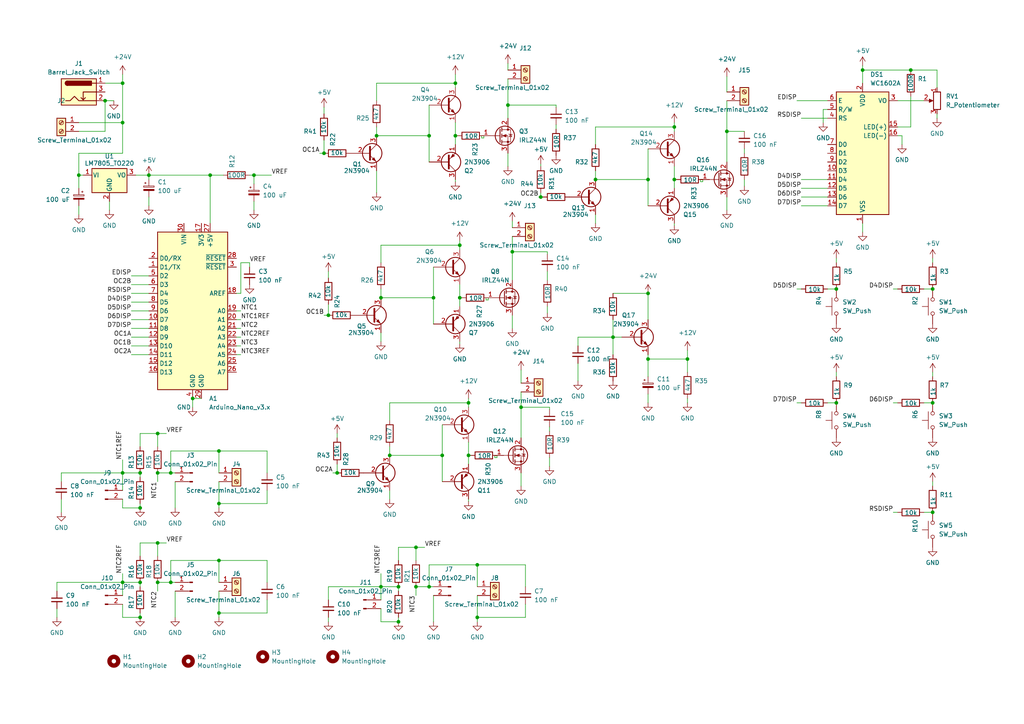
<source format=kicad_sch>
(kicad_sch (version 20230121) (generator eeschema)
  (paper "A4")
  (junction (at 187.96 85.09))
  (junction (at 60.96 50.8))
  (junction (at 115.57 180.34))
  (junction (at 40.64 179.07))
  (junction (at 109.22 39.37))
  (junction (at 138.43 163.83))
  (junction (at 132.08 39.37))
  (junction (at 63.5 146.05))
  (junction (at 110.49 86.36))
  (junction (at 242.57 83.82))
  (junction (at 270.51 116.84))
  (junction (at 93.98 44.45))
  (junction (at 124.46 39.37))
  (junction (at 35.56 35.56))
  (junction (at 30.48 29.21))
  (junction (at 45.72 137.16))
  (junction (at 120.65 158.75))
  (junction (at 147.32 30.48))
  (junction (at 40.64 168.91))
  (junction (at 35.56 24.13))
  (junction (at 40.64 147.32))
  (junction (at 195.58 36.83))
  (junction (at 124.46 170.18))
  (junction (at 264.16 20.32))
  (junction (at 242.57 116.84))
  (junction (at 135.89 116.84))
  (junction (at 156.845 57.15))
  (junction (at 133.35 86.36))
  (junction (at 195.58 52.07))
  (junction (at 210.82 38.1))
  (junction (at 45.72 125.73))
  (junction (at 128.27 132.08))
  (junction (at 63.5 177.8))
  (junction (at 132.08 24.13))
  (junction (at 35.56 168.91))
  (junction (at 97.79 137.16))
  (junction (at 138.43 179.07))
  (junction (at 110.49 170.18))
  (junction (at 45.72 157.48))
  (junction (at 95.25 91.44))
  (junction (at 133.35 71.12))
  (junction (at 22.86 50.8))
  (junction (at 187.96 104.14))
  (junction (at 270.51 83.82))
  (junction (at 151.13 118.11))
  (junction (at 45.72 168.91))
  (junction (at 177.8 97.79))
  (junction (at 63.5 130.81))
  (junction (at 113.03 132.08))
  (junction (at 49.53 168.91))
  (junction (at 73.66 50.8))
  (junction (at 120.65 170.18))
  (junction (at 148.59 73.025))
  (junction (at 49.53 137.16))
  (junction (at 63.5 162.56))
  (junction (at 115.57 170.18))
  (junction (at 250.19 20.32))
  (junction (at 270.51 148.59))
  (junction (at 55.88 115.57))
  (junction (at 199.39 104.14))
  (junction (at 187.96 52.07))
  (junction (at 172.72 52.07))
  (junction (at 125.73 86.36))
  (junction (at 43.18 50.8))
  (junction (at 40.64 137.16))
  (junction (at 35.56 137.16))
  (junction (at 135.89 132.08))
  (wire (pts (xy 232.41 116.84) (xy 231.14 116.84)))
  (wire (pts (xy 264.16 36.83) (xy 264.16 27.94)))
  (wire (pts (xy 95.25 78.74) (xy 95.25 80.645)))
  (wire (pts (xy 115.57 179.07) (xy 115.57 180.34)))
  (wire (pts (xy 120.65 170.18) (xy 120.65 172.72)))
  (wire (pts (xy 40.64 168.91) (xy 40.64 170.18)))
  (wire (pts (xy 43.18 50.8) (xy 39.37 50.8)))
  (wire (pts (xy 50.8 139.7) (xy 50.8 147.32)))
  (wire (pts (xy 199.39 115.57) (xy 199.39 116.84)))
  (wire (pts (xy 187.96 104.14) (xy 199.39 104.14)))
  (wire (pts (xy 120.65 158.75) (xy 120.65 162.56)))
  (wire (pts (xy 49.53 168.91) (xy 50.8 168.91)))
  (wire (pts (xy 172.72 41.91) (xy 172.72 36.83)))
  (wire (pts (xy 40.64 125.73) (xy 45.72 125.73)))
  (wire (pts (xy 35.56 147.32) (xy 40.64 147.32)))
  (wire (pts (xy 124.46 39.37) (xy 124.46 46.99)))
  (wire (pts (xy 110.49 83.82) (xy 110.49 86.36)))
  (wire (pts (xy 140.335 39.37) (xy 140.335 40.005)))
  (wire (pts (xy 38.1 100.33) (xy 43.18 100.33)))
  (wire (pts (xy 187.96 114.3) (xy 187.96 116.84)))
  (wire (pts (xy 132.08 35.56) (xy 132.08 39.37)))
  (wire (pts (xy 30.48 24.13) (xy 35.56 24.13)))
  (wire (pts (xy 138.43 163.83) (xy 138.43 170.18)))
  (wire (pts (xy 55.88 115.57) (xy 58.42 115.57)))
  (wire (pts (xy 187.96 102.87) (xy 187.96 104.14)))
  (wire (pts (xy 199.39 101.6) (xy 199.39 104.14)))
  (wire (pts (xy 45.72 125.73) (xy 48.26 125.73)))
  (wire (pts (xy 115.57 158.75) (xy 120.65 158.75)))
  (wire (pts (xy 151.13 107.315) (xy 151.13 111.125)))
  (wire (pts (xy 38.1 82.55) (xy 43.18 82.55)))
  (wire (pts (xy 132.08 21.59) (xy 132.08 24.13)))
  (wire (pts (xy 113.03 129.54) (xy 113.03 132.08)))
  (wire (pts (xy 35.56 133.35) (xy 35.56 137.16)))
  (wire (pts (xy 73.66 58.42) (xy 73.66 60.96)))
  (wire (pts (xy 40.64 129.54) (xy 40.64 125.73)))
  (wire (pts (xy 148.59 73.025) (xy 158.75 73.025)))
  (wire (pts (xy 35.56 24.13) (xy 35.56 35.56)))
  (wire (pts (xy 38.1 92.71) (xy 43.18 92.71)))
  (wire (pts (xy 187.96 43.18) (xy 187.96 52.07)))
  (wire (pts (xy 35.56 175.26) (xy 35.56 179.07)))
  (wire (pts (xy 35.56 35.56) (xy 35.56 44.45)))
  (wire (pts (xy 210.82 29.21) (xy 210.82 38.1)))
  (wire (pts (xy 49.53 162.56) (xy 63.5 162.56)))
  (wire (pts (xy 231.14 29.21) (xy 240.03 29.21)))
  (wire (pts (xy 38.1 85.09) (xy 43.18 85.09)))
  (wire (pts (xy 260.35 148.59) (xy 259.08 148.59)))
  (wire (pts (xy 63.5 146.05) (xy 77.47 146.05)))
  (wire (pts (xy 167.64 97.79) (xy 177.8 97.79)))
  (wire (pts (xy 113.03 121.92) (xy 113.03 116.84)))
  (wire (pts (xy 63.5 171.45) (xy 63.5 177.8)))
  (wire (pts (xy 156.21 57.15) (xy 156.845 57.15)))
  (wire (pts (xy 152.4 179.07) (xy 152.4 175.26)))
  (wire (pts (xy 156.845 57.15) (xy 157.48 57.15)))
  (wire (pts (xy 93.98 40.64) (xy 93.98 44.45)))
  (wire (pts (xy 148.59 64.135) (xy 148.59 66.04)))
  (wire (pts (xy 147.32 30.48) (xy 147.32 34.29)))
  (wire (pts (xy 238.76 35.56) (xy 238.76 31.75)))
  (wire (pts (xy 136.525 132.08) (xy 135.89 132.08)))
  (wire (pts (xy 35.56 144.78) (xy 35.56 147.32)))
  (wire (pts (xy 40.64 137.16) (xy 40.64 138.43)))
  (wire (pts (xy 177.8 92.71) (xy 177.8 97.79)))
  (wire (pts (xy 45.72 137.16) (xy 45.72 139.7)))
  (wire (pts (xy 35.56 168.91) (xy 35.56 172.72)))
  (wire (pts (xy 203.835 52.705) (xy 203.2 52.705)))
  (wire (pts (xy 135.89 144.78) (xy 135.89 145.415)))
  (wire (pts (xy 77.47 137.16) (xy 77.47 130.81)))
  (wire (pts (xy 159.385 123.825) (xy 159.385 125.095)))
  (wire (pts (xy 110.49 86.36) (xy 125.73 86.36)))
  (wire (pts (xy 172.72 52.07) (xy 187.96 52.07)))
  (wire (pts (xy 141.605 86.36) (xy 141.605 86.995)))
  (wire (pts (xy 17.78 144.78) (xy 17.78 148.59)))
  (wire (pts (xy 232.41 59.69) (xy 240.03 59.69)))
  (wire (pts (xy 261.62 41.91) (xy 261.62 39.37)))
  (wire (pts (xy 96.52 137.16) (xy 97.79 137.16)))
  (wire (pts (xy 139.7 40.005) (xy 139.7 39.37)))
  (wire (pts (xy 195.58 52.07) (xy 195.58 54.61)))
  (wire (pts (xy 97.79 134.62) (xy 97.79 137.16)))
  (wire (pts (xy 124.46 30.48) (xy 124.46 39.37)))
  (wire (pts (xy 158.75 73.025) (xy 158.75 73.66)))
  (wire (pts (xy 135.89 116.84) (xy 135.89 118.11)))
  (wire (pts (xy 148.59 73.025) (xy 148.59 81.28)))
  (wire (pts (xy 38.1 102.87) (xy 43.18 102.87)))
  (wire (pts (xy 172.72 36.83) (xy 195.58 36.83)))
  (wire (pts (xy 125.73 86.36) (xy 125.73 93.98)))
  (wire (pts (xy 232.41 52.07) (xy 240.03 52.07)))
  (wire (pts (xy 148.59 91.44) (xy 148.59 95.25)))
  (wire (pts (xy 215.9 43.18) (xy 215.9 44.45)))
  (wire (pts (xy 161.29 31.115) (xy 161.29 30.48)))
  (wire (pts (xy 49.53 137.16) (xy 50.8 137.16)))
  (wire (pts (xy 215.9 52.07) (xy 215.9 53.975)))
  (wire (pts (xy 72.39 50.8) (xy 73.66 50.8)))
  (wire (pts (xy 16.51 171.45) (xy 16.51 168.91)))
  (wire (pts (xy 63.5 146.05) (xy 63.5 147.32)))
  (wire (pts (xy 132.08 52.07) (xy 132.08 52.705)))
  (wire (pts (xy 68.58 102.87) (xy 69.85 102.87)))
  (wire (pts (xy 95.25 179.07) (xy 95.25 180.34)))
  (wire (pts (xy 172.72 62.23) (xy 172.72 64.77)))
  (wire (pts (xy 45.72 125.73) (xy 45.72 129.54)))
  (wire (pts (xy 43.18 57.15) (xy 43.18 59.69)))
  (wire (pts (xy 187.96 52.07) (xy 187.96 59.69)))
  (wire (pts (xy 68.58 90.17) (xy 69.85 90.17)))
  (wire (pts (xy 133.35 69.85) (xy 133.35 71.12)))
  (wire (pts (xy 95.25 170.18) (xy 110.49 170.18)))
  (wire (pts (xy 31.75 58.42) (xy 31.75 60.96)))
  (wire (pts (xy 113.03 142.24) (xy 113.03 144.78)))
  (wire (pts (xy 124.46 163.83) (xy 138.43 163.83)))
  (wire (pts (xy 38.1 80.01) (xy 43.18 80.01)))
  (wire (pts (xy 17.78 139.7) (xy 17.78 137.16)))
  (wire (pts (xy 242.57 74.93) (xy 242.57 76.2)))
  (wire (pts (xy 128.27 123.19) (xy 128.27 132.08)))
  (wire (pts (xy 232.41 34.29) (xy 240.03 34.29)))
  (wire (pts (xy 35.56 137.16) (xy 40.64 137.16)))
  (wire (pts (xy 260.35 83.82) (xy 259.08 83.82)))
  (wire (pts (xy 242.57 107.95) (xy 242.57 109.22)))
  (wire (pts (xy 250.19 19.05) (xy 250.19 20.32)))
  (wire (pts (xy 260.35 36.83) (xy 264.16 36.83)))
  (wire (pts (xy 159.385 118.11) (xy 151.13 118.11)))
  (wire (pts (xy 159.385 118.11) (xy 159.385 118.745)))
  (wire (pts (xy 110.49 76.2) (xy 110.49 71.12)))
  (wire (pts (xy 210.82 38.1) (xy 215.9 38.1)))
  (wire (pts (xy 196.215 52.07) (xy 195.58 52.07)))
  (wire (pts (xy 133.985 86.36) (xy 133.35 86.36)))
  (wire (pts (xy 135.89 132.08) (xy 135.89 134.62)))
  (wire (pts (xy 109.22 29.21) (xy 109.22 24.13)))
  (wire (pts (xy 68.58 100.33) (xy 69.85 100.33)))
  (wire (pts (xy 45.72 157.48) (xy 45.72 161.29)))
  (wire (pts (xy 140.335 40.005) (xy 139.7 40.005)))
  (wire (pts (xy 110.49 96.52) (xy 110.49 99.06)))
  (wire (pts (xy 16.51 176.53) (xy 16.51 179.07)))
  (wire (pts (xy 270.51 139.7) (xy 270.51 140.97)))
  (wire (pts (xy 72.39 77.47) (xy 72.39 76.2)))
  (wire (pts (xy 110.49 71.12) (xy 133.35 71.12)))
  (wire (pts (xy 95.25 88.265) (xy 95.25 91.44)))
  (wire (pts (xy 195.58 48.26) (xy 195.58 52.07)))
  (wire (pts (xy 38.1 87.63) (xy 43.18 87.63)))
  (wire (pts (xy 109.22 36.83) (xy 109.22 39.37)))
  (wire (pts (xy 250.19 20.32) (xy 250.19 24.13)))
  (wire (pts (xy 264.16 20.32) (xy 271.78 20.32)))
  (wire (pts (xy 115.57 162.56) (xy 115.57 158.75)))
  (wire (pts (xy 125.73 172.72) (xy 125.73 180.34)))
  (wire (pts (xy 35.56 179.07) (xy 40.64 179.07)))
  (wire (pts (xy 77.47 168.91) (xy 77.47 162.56)))
  (wire (pts (xy 238.76 31.75) (xy 240.03 31.75)))
  (wire (pts (xy 156.845 47.625) (xy 156.845 48.26)))
  (wire (pts (xy 45.72 137.16) (xy 49.53 137.16)))
  (wire (pts (xy 68.58 92.71) (xy 69.85 92.71)))
  (wire (pts (xy 22.86 35.56) (xy 35.56 35.56)))
  (wire (pts (xy 177.8 102.87) (xy 177.8 97.79)))
  (wire (pts (xy 110.49 166.37) (xy 110.49 170.18)))
  (wire (pts (xy 77.47 177.8) (xy 77.47 173.99)))
  (wire (pts (xy 69.85 76.2) (xy 72.39 76.2)))
  (wire (pts (xy 177.8 97.79) (xy 180.34 97.79)))
  (wire (pts (xy 22.86 50.8) (xy 22.86 54.61)))
  (wire (pts (xy 270.51 74.93) (xy 270.51 76.2)))
  (wire (pts (xy 132.715 39.37) (xy 132.08 39.37)))
  (wire (pts (xy 97.79 125.73) (xy 97.79 127)))
  (wire (pts (xy 110.49 170.18) (xy 110.49 173.99)))
  (wire (pts (xy 177.8 85.09) (xy 187.96 85.09)))
  (wire (pts (xy 152.4 170.18) (xy 152.4 163.83)))
  (wire (pts (xy 77.47 130.81) (xy 63.5 130.81)))
  (wire (pts (xy 167.64 100.33) (xy 167.64 97.79)))
  (wire (pts (xy 93.98 31.115) (xy 93.98 33.02)))
  (wire (pts (xy 267.97 116.84) (xy 270.51 116.84)))
  (wire (pts (xy 156.845 55.88) (xy 156.845 57.15)))
  (wire (pts (xy 22.86 44.45) (xy 22.86 50.8)))
  (wire (pts (xy 151.13 137.16) (xy 151.13 140.97)))
  (wire (pts (xy 49.53 137.16) (xy 49.53 130.81)))
  (wire (pts (xy 110.49 170.18) (xy 115.57 170.18)))
  (wire (pts (xy 50.8 171.45) (xy 50.8 179.07)))
  (wire (pts (xy 38.1 90.17) (xy 43.18 90.17)))
  (wire (pts (xy 73.66 50.8) (xy 73.66 53.34)))
  (wire (pts (xy 138.43 172.72) (xy 138.43 179.07)))
  (wire (pts (xy 22.86 59.69) (xy 22.86 62.23)))
  (wire (pts (xy 152.4 163.83) (xy 138.43 163.83)))
  (wire (pts (xy 45.72 157.48) (xy 48.26 157.48)))
  (wire (pts (xy 120.65 170.18) (xy 124.46 170.18)))
  (wire (pts (xy 77.47 146.05) (xy 77.47 142.24)))
  (wire (pts (xy 124.46 170.18) (xy 124.46 163.83)))
  (wire (pts (xy 55.88 115.57) (xy 55.88 118.11)))
  (wire (pts (xy 109.22 24.13) (xy 132.08 24.13)))
  (wire (pts (xy 151.13 118.11) (xy 151.13 127)))
  (wire (pts (xy 35.56 44.45) (xy 22.86 44.45)))
  (wire (pts (xy 43.18 50.8) (xy 43.18 52.07)))
  (wire (pts (xy 147.32 18.415) (xy 147.32 20.32)))
  (wire (pts (xy 271.78 20.32) (xy 271.78 25.4)))
  (wire (pts (xy 35.56 21.59) (xy 35.56 24.13)))
  (wire (pts (xy 144.145 132.08) (xy 144.145 132.715)))
  (wire (pts (xy 144.145 132.715) (xy 143.51 132.715)))
  (wire (pts (xy 210.82 22.225) (xy 210.82 26.67)))
  (wire (pts (xy 187.96 104.14) (xy 187.96 109.22)))
  (wire (pts (xy 161.29 30.48) (xy 147.32 30.48)))
  (wire (pts (xy 92.71 44.45) (xy 93.98 44.45)))
  (wire (pts (xy 110.49 176.53) (xy 110.49 180.34)))
  (wire (pts (xy 267.97 83.82) (xy 270.51 83.82)))
  (wire (pts (xy 240.03 83.82) (xy 242.57 83.82)))
  (wire (pts (xy 68.58 85.09) (xy 69.85 85.09)))
  (wire (pts (xy 40.64 161.29) (xy 40.64 157.48)))
  (wire (pts (xy 158.75 88.9) (xy 158.75 90.805)))
  (wire (pts (xy 60.96 64.77) (xy 60.96 50.8)))
  (wire (pts (xy 73.66 50.8) (xy 78.74 50.8)))
  (wire (pts (xy 267.97 148.59) (xy 270.51 148.59)))
  (wire (pts (xy 195.58 36.83) (xy 195.58 38.1)))
  (wire (pts (xy 270.51 107.95) (xy 270.51 109.22)))
  (wire (pts (xy 132.08 24.13) (xy 132.08 25.4)))
  (wire (pts (xy 167.64 105.41) (xy 167.64 110.49)))
  (wire (pts (xy 95.25 173.99) (xy 95.25 170.18)))
  (wire (pts (xy 250.19 64.77) (xy 250.19 67.31)))
  (wire (pts (xy 151.13 113.665) (xy 151.13 118.11)))
  (wire (pts (xy 133.35 82.55) (xy 133.35 86.36)))
  (wire (pts (xy 30.48 29.21) (xy 33.02 29.21)))
  (wire (pts (xy 147.32 22.86) (xy 147.32 30.48)))
  (wire (pts (xy 132.08 39.37) (xy 132.08 41.91)))
  (wire (pts (xy 195.58 64.77) (xy 195.58 65.405)))
  (wire (pts (xy 158.75 78.74) (xy 158.75 81.28)))
  (wire (pts (xy 161.29 37.465) (xy 161.29 36.195)))
  (wire (pts (xy 63.5 177.8) (xy 77.47 177.8)))
  (wire (pts (xy 260.35 116.84) (xy 259.08 116.84)))
  (wire (pts (xy 261.62 39.37) (xy 260.35 39.37)))
  (wire (pts (xy 113.03 116.84) (xy 135.89 116.84)))
  (wire (pts (xy 271.78 33.02) (xy 271.78 34.29)))
  (wire (pts (xy 138.43 179.07) (xy 138.43 180.34)))
  (wire (pts (xy 35.56 166.37) (xy 35.56 168.91)))
  (wire (pts (xy 113.03 132.08) (xy 128.27 132.08)))
  (wire (pts (xy 147.32 44.45) (xy 147.32 48.26)))
  (wire (pts (xy 120.65 158.75) (xy 123.19 158.75)))
  (wire (pts (xy 93.98 91.44) (xy 95.25 91.44)))
  (wire (pts (xy 17.78 137.16) (xy 35.56 137.16)))
  (wire (pts (xy 140.97 86.995) (xy 140.97 86.36)))
  (wire (pts (xy 141.605 86.995) (xy 140.97 86.995)))
  (wire (pts (xy 115.57 170.18) (xy 115.57 171.45)))
  (wire (pts (xy 250.19 20.32) (xy 264.16 20.32)))
  (wire (pts (xy 143.51 132.715) (xy 143.51 132.08)))
  (wire (pts (xy 68.58 95.25) (xy 69.85 95.25)))
  (wire (pts (xy 63.5 177.8) (xy 63.5 179.07)))
  (wire (pts (xy 203.2 52.705) (xy 203.2 52.07)))
  (wire (pts (xy 77.47 162.56) (xy 63.5 162.56)))
  (wire (pts (xy 40.64 177.8) (xy 40.64 179.07)))
  (wire (pts (xy 125.73 77.47) (xy 125.73 86.36)))
  (wire (pts (xy 187.96 85.09) (xy 187.96 92.71)))
  (wire (pts (xy 110.49 180.34) (xy 115.57 180.34)))
  (wire (pts (xy 35.56 168.91) (xy 40.64 168.91)))
  (wire (pts (xy 63.5 139.7) (xy 63.5 146.05)))
  (wire (pts (xy 16.51 168.91) (xy 35.56 168.91)))
  (wire (pts (xy 210.82 57.15) (xy 210.82 60.96)))
  (wire (pts (xy 159.385 132.715) (xy 159.385 135.255)))
  (wire (pts (xy 109.22 49.53) (xy 109.22 55.88)))
  (wire (pts (xy 68.58 97.79) (xy 69.85 97.79)))
  (wire (pts (xy 195.58 35.56) (xy 195.58 36.83)))
  (wire (pts (xy 260.35 29.21) (xy 267.97 29.21)))
  (wire (pts (xy 22.86 50.8) (xy 24.13 50.8)))
  (wire (pts (xy 133.35 71.12) (xy 133.35 72.39)))
  (wire (pts (xy 63.5 130.81) (xy 63.5 137.16)))
  (wire (pts (xy 135.89 128.27) (xy 135.89 132.08)))
  (wire (pts (xy 35.56 137.16) (xy 35.56 142.24)))
  (wire (pts (xy 232.41 83.82) (xy 231.14 83.82)))
  (wire (pts (xy 199.39 104.14) (xy 199.39 107.95)))
  (wire (pts (xy 172.72 49.53) (xy 172.72 52.07)))
  (wire (pts (xy 30.48 29.21) (xy 30.48 38.1)))
  (wire (pts (xy 63.5 162.56) (xy 63.5 168.91)))
  (wire (pts (xy 45.72 168.91) (xy 45.72 171.45)))
  (wire (pts (xy 210.82 38.1) (xy 210.82 46.99)))
  (wire (pts (xy 109.22 39.37) (xy 124.46 39.37)))
  (wire (pts (xy 30.48 38.1) (xy 22.86 38.1)))
  (wire (pts (xy 148.59 68.58) (xy 148.59 73.025)))
  (wire (pts (xy 240.03 116.84) (xy 242.57 116.84)))
  (wire (pts (xy 133.35 99.06) (xy 133.35 99.695)))
  (wire (pts (xy 133.35 86.36) (xy 133.35 88.9)))
  (wire (pts (xy 203.835 52.07) (xy 203.835 52.705)))
  (wire (pts (xy 45.72 168.91) (xy 49.53 168.91)))
  (wire (pts (xy 124.46 170.18) (xy 125.73 170.18)))
  (wire (pts (xy 138.43 179.07) (xy 152.4 179.07)))
  (wire (pts (xy 232.41 57.15) (xy 240.03 57.15)))
  (wire (pts (xy 60.96 50.8) (xy 43.18 50.8)))
  (wire (pts (xy 69.85 85.09) (xy 69.85 76.2)))
  (wire (pts (xy 60.96 50.8) (xy 64.77 50.8)))
  (wire (pts (xy 49.53 168.91) (xy 49.53 162.56)))
  (wire (pts (xy 40.64 157.48) (xy 45.72 157.48)))
  (wire (pts (xy 38.1 97.79) (xy 43.18 97.79)))
  (wire (pts (xy 128.27 132.08) (xy 128.27 139.7)))
  (wire (pts (xy 232.41 54.61) (xy 240.03 54.61)))
  (wire (pts (xy 40.64 146.05) (xy 40.64 147.32)))
  (wire (pts (xy 49.53 130.81) (xy 63.5 130.81)))
  (wire (pts (xy 135.89 115.57) (xy 135.89 116.84)))
  (wire (pts (xy 38.1 95.25) (xy 43.18 95.25)))
  (label "NTC1" (at 69.85 90.17 0))
  (label "RSDISP" (at 259.08 148.59 180))
  (label "OC2B" (at 38.1 82.55 180))
  (label "EDISP" (at 38.1 80.01 180))
  (label "NTC1REF" (at 35.56 133.35 90))
  (label "OC2A" (at 38.1 102.87 180))
  (label "RSDISP" (at 232.41 34.29 180))
  (label "VREF" (at 123.19 158.75 0))
  (label "VREF" (at 48.26 157.48 0))
  (label "NTC2REF" (at 35.56 166.37 90))
  (label "RSDISP" (at 38.1 85.09 180))
  (label "NTC3" (at 120.65 172.72 270))
  (label "D6DISP" (at 259.08 116.84 180))
  (label "D6DISP" (at 232.41 57.15 180))
  (label "D4DISP" (at 38.1 87.63 180))
  (label "D7DISP" (at 231.14 116.84 180))
  (label "NTC1" (at 45.72 139.7 270))
  (label "NTC3REF" (at 110.49 166.37 90))
  (label "VREF" (at 78.74 50.8 0))
  (label "D5DISP" (at 232.41 54.61 180))
  (label "NTC1REF" (at 69.85 92.71 0))
  (label "D4DISP" (at 259.08 83.82 180))
  (label "NTC2REF" (at 69.85 97.79 0))
  (label "D5DISP" (at 231.14 83.82 180))
  (label "VREF" (at 72.39 76.2 0))
  (label "OC1B" (at 38.1 100.33 180))
  (label "OC1A" (at 92.71 44.45 180))
  (label "NTC2" (at 45.72 171.45 270))
  (label "OC2A" (at 96.52 137.16 180))
  (label "D7DISP" (at 38.1 95.25 180))
  (label "D4DISP" (at 232.41 52.07 180))
  (label "NTC2" (at 69.85 95.25 0))
  (label "EDISP" (at 231.14 29.21 180))
  (label "OC2B" (at 156.21 57.15 180))
  (label "OC1B" (at 93.98 91.44 180))
  (label "NTC3REF" (at 69.85 102.87 0))
  (label "D7DISP" (at 232.41 59.69 180))
  (label "D5DISP" (at 38.1 90.17 180))
  (label "NTC3" (at 69.85 100.33 0))
  (label "D6DISP" (at 38.1 92.71 180))
  (label "VREF" (at 48.26 125.73 0))
  (label "OC1A" (at 38.1 97.79 180))
  (symbol (lib_id "Device:R") (at 40.64 142.24 0) (unit 1)
    (property "Reference" "R14" (at 38.1 140.97 90) (effects (justify right)))
    (property "Value" "10k" (at 40.513 140.462 90) (effects (justify right)))
    (property "Footprint" "Resistor_THT:R_Axial_DIN0207_L6.3mm_D2.5mm_P7.62mm_Horizontal" (effects hide))
  )
  (symbol (lib_id "power:GND") (at 72.39 82.55 0) (unit 1)
    (property "Reference" "#PWR022" (effects hide))
    (property "Value" "GND" (at 72.39 86.995 0))
  )
  (symbol (lib_id "power:+24V") (at 210.82 22.225 0) (unit 1)
    (property "Reference" "#PWR060" (effects hide))
    (property "Value" "+24V" (at 210.82 17.145 0))
  )
  (symbol (lib_id "power:+5V") (at 242.57 74.93 0) (unit 1)
    (property "Reference" "#PWR014" (effects hide))
    (property "Value" "+5V" (at 242.57 70.612 0))
  )
  (symbol (lib_id "power:+12V") (at 199.39 101.6 0) (unit 1)
    (property "Reference" "#PWR061" (effects hide))
    (property "Value" "+12V" (at 199.39 96.52 0))
  )
  (symbol (lib_id "Device:R") (at 158.75 85.09 180) (unit 1)
    (property "Reference" "R40" (at 160.782 83.82 0) (effects (justify right)))
    (property "Value" "10R" (at 158.877 86.868 90) (effects (justify right)))
    (property "Footprint" "Resistor_THT:R_Axial_DIN0207_L6.3mm_D2.5mm_P7.62mm_Horizontal" (effects hide))
  )
  (symbol (lib_id "power:+24V") (at 148.59 64.135 0) (unit 1)
    (property "Reference" "#PWR058" (effects hide))
    (property "Value" "+24V" (at 148.59 59.055 0))
  )
  (symbol (lib_id "Device:R") (at 40.64 165.1 0) (unit 1)
    (property "Reference" "R16" (at 38.1 163.83 90) (effects (justify right)))
    (property "Value" "10k" (at 40.513 163.322 90) (effects (justify right)))
    (property "Footprint" "Resistor_THT:R_Axial_DIN0207_L6.3mm_D2.5mm_P7.62mm_Horizontal" (effects hide))
  )
  (symbol (lib_id "power:GND") (at 115.57 180.34 0) (unit 1)
    (property "Reference" "#PWR030" (effects hide))
    (property "Value" "GND" (at 115.57 184.785 0))
  )
  (symbol (lib_id "Device:R") (at 242.57 113.03 180) (unit 1)
    (property "Reference" "R9" (at 244.602 111.76 0) (effects (justify right)))
    (property "Value" "1k" (at 242.697 114.808 90) (effects (justify right)))
    (property "Footprint" "Resistor_THT:R_Axial_DIN0207_L6.3mm_D2.5mm_P7.62mm_Horizontal" (effects hide))
  )
  (symbol (lib_id "power:GND") (at 125.73 180.34 0) (unit 1)
    (property "Reference" "#PWR031" (effects hide))
    (property "Value" "GND" (at 125.73 184.785 0))
  )
  (symbol (lib_id "Regulator_Linear:LM7805_TO220") (at 31.75 50.8 0) (unit 1)
    (property "Reference" "U1" (at 31.75 45.339 0))
    (property "Value" "LM7805_TO220" (at 31.75 47.371 0))
    (property "Footprint" "Package_TO_SOT_THT:TO-220-3_Vertical" (effects hide))
    (property "Datasheet" "https://www.onsemi.cn/PowerSolutions/document/MC7800-D.PDF" (effects hide))
  )
  (symbol (lib_id "power:GND") (at 199.39 116.84 0) (unit 1)
    (property "Reference" "#PWR050" (effects hide))
    (property "Value" "GND" (at 199.39 121.285 0))
  )
  (symbol (lib_id "Transistor_BJT:2N3904") (at 170.18 57.15 0) (unit 1)
    (property "Reference" "Q13" (at 165.735 60.325 0) (effects (justify left)))
    (property "Value" "2N3904" (at 163.195 62.23 0) (effects (justify left)))
    (property "Footprint" "Package_TO_SOT_THT:TO-92_Inline_Wide" (effects hide))
    (property "Datasheet" "https://www.onsemi.com/pub/Collateral/2N3903-D.PDF" (effects hide))
  )
  (symbol (lib_id "Device:R") (at 113.03 125.73 0) (unit 1)
    (property "Reference" "R29" (at 110.998 127 0) (effects (justify right)))
    (property "Value" "4k7" (at 112.903 123.952 90) (effects (justify right)))
    (property "Footprint" "Resistor_THT:R_Axial_DIN0207_L6.3mm_D2.5mm_P7.62mm_Horizontal" (effects hide))
  )
  (symbol (lib_id "Connector:Screw_Terminal_01x02") (at 152.4 20.32 0) (unit 1)
    (property "Reference" "J12" (at 152.4 13.97 0))
    (property "Value" "Screw_Terminal_01x02" (at 148.59 25.4 0))
    (property "Footprint" "TerminalBlock:TerminalBlock_bornier-2_P5.08mm" (effects hide))
  )
  (symbol (lib_id "power:+24V") (at 35.56 21.59 0) (unit 1)
    (property "Reference" "#PWR057" (effects hide))
    (property "Value" "+24V" (at 35.56 16.51 0))
  )
  (symbol (lib_id "Mechanical:MountingHole") (at 54.61 191.77 0) (unit 1)
    (property "Reference" "H2" (at 57.15 190.5 0) (effects (justify left)))
    (property "Value" "MountingHole" (at 57.15 193.04 0) (effects (justify left)))
    (property "Footprint" "MountingHole:MountingHole_3.2mm_M3" (effects hide))
  )
  (symbol (lib_id "power:GND") (at 161.29 45.085 0) (unit 1)
    (property "Reference" "#PWR063" (effects hide))
    (property "Value" "GND" (at 161.29 49.53 0))
  )
  (symbol (lib_id "power:GND") (at 148.59 95.25 0) (unit 1)
    (property "Reference" "#PWR043" (effects hide))
    (property "Value" "GND" (at 148.59 99.695 0))
  )
  (symbol (lib_id "power:GND") (at 73.66 60.96 0) (unit 1)
    (property "Reference" "#PWR024" (effects hide))
    (property "Value" "GND" (at 73.66 65.405 0))
  )
  (symbol (lib_id "Device:R") (at 236.22 83.82 90) (unit 1)
    (property "Reference" "R4" (at 237.49 85.852 0) (effects (justify right)))
    (property "Value" "10k" (at 234.442 83.947 90) (effects (justify right)))
    (property "Footprint" "Resistor_THT:R_Axial_DIN0207_L6.3mm_D2.5mm_P7.62mm_Horizontal" (effects hide))
  )
  (symbol (lib_id "power:+12V") (at 135.89 115.57 0) (unit 1)
    (property "Reference" "#PWR046" (effects hide))
    (property "Value" "+12V" (at 135.89 110.49 0))
  )
  (symbol (lib_id "power:GND") (at 110.49 99.06 0) (unit 1)
    (property "Reference" "#PWR039" (effects hide))
    (property "Value" "GND" (at 110.49 103.505 0))
  )
  (symbol (lib_id "Connector:Conn_01x02_Pin") (at 105.41 173.99 0) (unit 1)
    (property "Reference" "J11" (at 106.045 168.91 0))
    (property "Value" "Conn_01x02_Pin" (at 106.045 171.45 0))
    (property "Footprint" "Connector_PinHeader_2.54mm:PinHeader_1x02_P2.54mm_Vertical" (effects hide))
  )
  (symbol (lib_id "Device:R") (at 137.795 86.36 90) (unit 1)
    (property "Reference" "R27" (at 139.065 88.392 0) (effects (justify right)))
    (property "Value" "10R" (at 136.017 86.487 90) (effects (justify right)))
    (property "Footprint" "Resistor_THT:R_Axial_DIN0207_L6.3mm_D2.5mm_P7.62mm_Horizontal" (effects hide))
  )
  (symbol (lib_id "Connector:Conn_01x02_Pin") (at 55.88 168.91 0) (mirror y) (unit 1)
    (property "Reference" "J5" (at 55.245 163.83 0))
    (property "Value" "Conn_01x02_Pin" (at 55.245 166.37 0))
    (property "Footprint" "Connector_PinHeader_2.54mm:PinHeader_1x02_P2.54mm_Vertical" (effects hide))
  )
  (symbol (lib_id "power:GND") (at 195.58 65.405 0) (unit 1)
    (property "Reference" "#PWR052" (effects hide))
    (property "Value" "GND" (at 195.58 69.85 0))
  )
  (symbol (lib_id "Transistor_BJT:2N3906") (at 130.81 93.98 0) (mirror x) (unit 1)
    (property "Reference" "Q7" (at 135.89 96.52 0) (effects (justify left)))
    (property "Value" "2N3906" (at 135.89 93.98 0) (effects (justify left)))
    (property "Footprint" "Package_TO_SOT_THT:TO-92_Inline_Wide" (effects hide))
    (property "Datasheet" "https://www.onsemi.com/pub/Collateral/2N3906-D.PDF" (effects hide))
  )
  (symbol (lib_id "power:+5V") (at 97.79 125.73 0) (unit 1)
    (property "Reference" "#PWR069" (effects hide))
    (property "Value" "+5V" (at 97.79 121.412 0))
  )
  (symbol (lib_id "power:GND") (at 55.88 118.11 0) (unit 1)
    (property "Reference" "#PWR01" (effects hide))
    (property "Value" "GND" (at 53.34 118.11 0))
  )
  (symbol (lib_id "Connector:Conn_01x02_Pin") (at 55.88 137.16 0) (mirror y) (unit 1)
    (property "Reference" "J3" (at 55.245 132.08 0))
    (property "Value" "Conn_01x02_Pin" (at 55.245 134.62 0))
    (property "Footprint" "Connector_PinHeader_2.54mm:PinHeader_1x02_P2.54mm_Vertical" (effects hide))
  )
  (symbol (lib_id "Transistor_BJT:2N3906") (at 129.54 46.99 0) (mirror x) (unit 1)
    (property "Reference" "Q2" (at 134.62 49.53 0) (effects (justify left)))
    (property "Value" "2N3906" (at 134.62 46.99 0) (effects (justify left)))
    (property "Footprint" "Package_TO_SOT_THT:TO-92_Inline_Wide" (effects hide))
    (property "Datasheet" "https://www.onsemi.com/pub/Collateral/2N3906-D.PDF" (effects hide))
  )
  (symbol (lib_id "MCU_Module:Arduino_Nano_v3.x") (at 55.88 90.17 0) (unit 1)
    (property "Reference" "A1" (at 60.6141 115.57 0) (effects (justify left)))
    (property "Value" "Arduino_Nano_v3.x" (at 60.6141 118.11 0) (effects (justify left)))
    (property "Footprint" "Module:Arduino_Nano" (effects hide))
    (property "Datasheet" "http://www.mouser.com/pdfdocs/Gravitech_Arduino_Nano3_0.pdf" (effects hide))
  )
  (symbol (lib_id "power:GND") (at 158.75 90.805 0) (unit 1)
    (property "Reference" "#PWR064" (effects hide))
    (property "Value" "GND" (at 158.75 95.25 0))
  )
  (symbol (lib_id "Transistor_BJT:2N3904") (at 129.54 30.48 0) (unit 1)
    (property "Reference" "Q4" (at 121.92 26.035 0) (effects (justify left)))
    (property "Value" "2N3904" (at 119.38 28.575 0) (effects (justify left)))
    (property "Footprint" "Package_TO_SOT_THT:TO-92_Inline_Wide" (effects hide))
    (property "Datasheet" "https://www.onsemi.com/pub/Collateral/2N3903-D.PDF" (effects hide))
  )
  (symbol (lib_id "power:GND") (at 147.32 48.26 0) (unit 1)
    (property "Reference" "#PWR037" (effects hide))
    (property "Value" "GND" (at 147.32 52.705 0))
  )
  (symbol (lib_id "Transistor_FET:IRLZ44N") (at 148.59 132.08 0) (unit 1)
    (property "Reference" "Q12" (at 142.875 125.095 0) (effects (justify left)))
    (property "Value" "IRLZ44N" (at 140.97 127.635 0) (effects (justify left)))
    (property "Footprint" "Package_TO_SOT_THT:TO-220-3_Vertical" (effects hide))
    (property "Datasheet" "http://www.irf.com/product-info/datasheets/data/irlz44n.pdf" (effects hide))
  )
  (symbol (lib_id "Device:R") (at 136.525 39.37 90) (unit 1)
    (property "Reference" "R23" (at 137.795 41.402 0) (effects (justify right)))
    (property "Value" "10R" (at 134.747 39.497 90) (effects (justify right)))
    (property "Footprint" "Resistor_THT:R_Axial_DIN0207_L6.3mm_D2.5mm_P7.62mm_Horizontal" (effects hide))
  )
  (symbol (lib_id "Device:R") (at 110.49 80.01 0) (unit 1)
    (property "Reference" "R26" (at 108.458 81.28 0) (effects (justify right)))
    (property "Value" "4k7" (at 110.363 78.232 90) (effects (justify right)))
    (property "Footprint" "Resistor_THT:R_Axial_DIN0207_L6.3mm_D2.5mm_P7.62mm_Horizontal" (effects hide))
  )
  (symbol (lib_id "power:GND") (at 50.8 147.32 0) (unit 1)
    (property "Reference" "#PWR025" (effects hide))
    (property "Value" "GND" (at 50.8 151.765 0))
  )
  (symbol (lib_id "Device:C_Small") (at 152.4 172.72 0) (unit 1)
    (property "Reference" "C7" (at 154.94 171.4563 0) (effects (justify left)))
    (property "Value" "100 nF" (at 154.94 173.9963 0) (effects (justify left)))
    (property "Footprint" "Capacitor_THT:C_Disc_D5.0mm_W2.5mm_P5.00mm" (effects hide))
  )
  (symbol (lib_id "Device:C_Small") (at 16.51 173.99 0) (unit 1)
    (property "Reference" "C9" (at 19.05 172.7263 0) (effects (justify left)))
    (property "Value" "100 nF" (at 19.05 175.2663 0) (effects (justify left)))
    (property "Footprint" "Capacitor_THT:C_Disc_D5.0mm_W2.5mm_P5.00mm" (effects hide))
  )
  (symbol (lib_id "Device:R") (at 264.16 148.59 90) (unit 1)
    (property "Reference" "R10" (at 265.43 150.622 0) (effects (justify right)))
    (property "Value" "10k" (at 262.382 148.717 90) (effects (justify right)))
    (property "Footprint" "Resistor_THT:R_Axial_DIN0207_L6.3mm_D2.5mm_P7.62mm_Horizontal" (effects hide))
  )
  (symbol (lib_id "Device:C_Polarized_Small") (at 187.96 111.76 0) (unit 1)
    (property "Reference" "C11" (at 190.5 109.9439 0) (effects (justify left)))
    (property "Value" "100 uF" (at 190.5 112.4839 0) (effects (justify left)))
    (property "Footprint" "Capacitor_THT:CP_Radial_D7.5mm_P2.50mm" (effects hide))
  )
  (symbol (lib_id "Device:R") (at 161.29 41.275 180) (unit 1)
    (property "Reference" "R37" (at 163.322 40.005 0) (effects (justify right)))
    (property "Value" "10R" (at 161.417 43.053 90) (effects (justify right)))
    (property "Footprint" "Resistor_THT:R_Axial_DIN0207_L6.3mm_D2.5mm_P7.62mm_Horizontal" (effects hide))
  )
  (symbol (lib_id "Device:C_Small") (at 158.75 76.2 0) (unit 1)
    (property "Reference" "C14" (at 161.29 74.9363 0) (effects (justify left)))
    (property "Value" "100 nF" (at 161.29 77.4763 0) (effects (justify left)))
    (property "Footprint" "Capacitor_THT:C_Disc_D5.0mm_W2.5mm_P5.00mm" (effects hide))
  )
  (symbol (lib_id "power:GND") (at 40.64 147.32 0) (unit 1)
    (property "Reference" "#PWR023" (effects hide))
    (property "Value" "GND" (at 40.64 151.765 0))
  )
  (symbol (lib_id "power:+24V") (at 187.96 85.09 0) (unit 1)
    (property "Reference" "#PWR040" (effects hide))
    (property "Value" "+24V" (at 187.96 80.01 0))
  )
  (symbol (lib_id "power:GND") (at 172.72 64.77 0) (unit 1)
    (property "Reference" "#PWR049" (effects hide))
    (property "Value" "GND" (at 172.72 69.215 0))
  )
  (symbol (lib_id "power:GND") (at 132.08 52.705 0) (unit 1)
    (property "Reference" "#PWR036" (effects hide))
    (property "Value" "GND" (at 132.08 57.15 0))
  )
  (symbol (lib_id "Connector:Barrel_Jack_Switch") (at 22.86 26.67 0) (unit 1)
    (property "Reference" "J1" (at 22.86 18.415 0))
    (property "Value" "Barrel_Jack_Switch" (at 22.86 20.955 0))
    (property "Footprint" "Connector_BarrelJack:BarrelJack_Horizontal" (effects hide))
  )
  (symbol (lib_id "Device:R") (at 115.57 166.37 0) (unit 1)
    (property "Reference" "R19" (at 113.03 165.1 90) (effects (justify right)))
    (property "Value" "10k" (at 115.443 164.592 90) (effects (justify right)))
    (property "Footprint" "Resistor_THT:R_Axial_DIN0207_L6.3mm_D2.5mm_P7.62mm_Horizontal" (effects hide))
  )
  (symbol (lib_id "power:+5V") (at 43.18 50.8 0) (unit 1)
    (property "Reference" "#PWR07" (effects hide))
    (property "Value" "+5V" (at 43.18 46.482 0))
  )
  (symbol (lib_id "Device:C_Small") (at 161.29 33.655 0) (unit 1)
    (property "Reference" "C13" (at 163.83 32.3913 0) (effects (justify left)))
    (property "Value" "100 nF" (at 163.83 34.9313 0) (effects (justify left)))
    (property "Footprint" "Capacitor_THT:C_Disc_D5.0mm_W2.5mm_P5.00mm" (effects hide))
  )
  (symbol (lib_id "Connector:Screw_Terminal_01x02") (at 153.67 66.04 0) (unit 1)
    (property "Reference" "J13" (at 153.67 59.69 0))
    (property "Value" "Screw_Terminal_01x02" (at 149.86 71.12 0))
    (property "Footprint" "TerminalBlock:TerminalBlock_bornier-2_P5.08mm" (effects hide))
  )
  (symbol (lib_id "Device:C_Polarized_Small") (at 22.86 57.15 0) (mirror y) (unit 1)
    (property "Reference" "C2" (at 20.32 55.3339 0) (effects (justify left)))
    (property "Value" "100 uF" (at 20.32 57.8739 0) (effects (justify left)))
    (property "Footprint" "Capacitor_THT:CP_Radial_D7.5mm_P2.50mm" (effects hide))
  )
  (symbol (lib_id "power:+5V") (at 270.51 107.95 0) (unit 1)
    (property "Reference" "#PWR016" (effects hide))
    (property "Value" "+5V" (at 270.51 103.632 0))
  )
  (symbol (lib_id "Connector:Screw_Terminal_01x02") (at 143.51 170.18 0) (unit 1)
    (property "Reference" "J8" (at 143.51 167.64 0))
    (property "Value" "Screw_Terminal_01x02" (at 139.7 175.26 0))
    (property "Footprint" "TerminalBlock:TerminalBlock_bornier-2_P5.08mm" (effects hide))
  )
  (symbol (lib_id "Transistor_BJT:2N3904") (at 133.35 123.19 0) (unit 1)
    (property "Reference" "Q10" (at 125.73 118.745 0) (effects (justify left)))
    (property "Value" "2N3904" (at 123.19 121.285 0) (effects (justify left)))
    (property "Footprint" "Package_TO_SOT_THT:TO-92_Inline_Wide" (effects hide))
    (property "Datasheet" "https://www.onsemi.com/pub/Collateral/2N3903-D.PDF" (effects hide))
  )
  (symbol (lib_id "power:GND") (at 151.13 140.97 0) (unit 1)
    (property "Reference" "#PWR048" (effects hide))
    (property "Value" "GND" (at 151.13 145.415 0))
  )
  (symbol (lib_id "power:GND") (at 261.62 41.91 0) (unit 1)
    (property "Reference" "#PWR09" (effects hide))
    (property "Value" "GND" (at 261.62 46.355 0))
  )
  (symbol (lib_id "Connector:Screw_Terminal_01x02") (at 17.78 35.56 0) (mirror y) (unit 1)
    (property "Reference" "J2" (at 17.78 29.21 0))
    (property "Value" "Screw_Terminal_01x02" (at 21.59 40.64 0))
    (property "Footprint" "TerminalBlock:TerminalBlock_bornier-2_P5.08mm" (effects hide))
  )
  (symbol (lib_id "power:GND") (at 95.25 180.34 0) (unit 1)
    (property "Reference" "#PWR056" (effects hide))
    (property "Value" "GND" (at 95.25 184.785 0))
  )
  (symbol (lib_id "Connector:Conn_01x02_Pin") (at 30.48 172.72 0) (unit 1)
    (property "Reference" "J10" (at 31.115 167.64 0))
    (property "Value" "Conn_01x02_Pin" (at 31.115 170.18 0))
    (property "Footprint" "Connector_PinHeader_2.54mm:PinHeader_1x02_P2.54mm_Vertical" (effects hide))
  )
  (symbol (lib_id "Device:R") (at 93.98 36.83 0) (unit 1)
    (property "Reference" "R41" (at 91.948 38.1 0) (effects (justify right)))
    (property "Value" "10k" (at 93.853 35.052 90) (effects (justify right)))
    (property "Footprint" "Resistor_THT:R_Axial_DIN0207_L6.3mm_D2.5mm_P7.62mm_Horizontal" (effects hide))
  )
  (symbol (lib_id "power:+24V") (at 151.13 107.315 0) (unit 1)
    (property "Reference" "#PWR059" (effects hide))
    (property "Value" "+24V" (at 151.13 102.235 0))
  )
  (symbol (lib_id "Device:C_Small") (at 215.9 40.64 0) (unit 1)
    (property "Reference" "C16" (at 218.44 39.3763 0) (effects (justify left)))
    (property "Value" "100 nF" (at 218.44 41.9163 0) (effects (justify left)))
    (property "Footprint" "Capacitor_THT:C_Disc_D5.0mm_W2.5mm_P5.00mm" (effects hide))
  )
  (symbol (lib_id "power:GND") (at 133.35 99.695 0) (unit 1)
    (property "Reference" "#PWR042" (effects hide))
    (property "Value" "GND" (at 133.35 104.14 0))
  )
  (symbol (lib_id "Device:R") (at 161.29 57.15 270) (unit 1)
    (property "Reference" "R31" (at 160.02 55.118 0) (effects (justify right)))
    (property "Value" "10k" (at 163.068 57.023 90) (effects (justify right)))
    (property "Footprint" "Resistor_THT:R_Axial_DIN0207_L6.3mm_D2.5mm_P7.62mm_Horizontal" (effects hide))
  )
  (symbol (lib_id "power:GND") (at 250.19 67.31 0) (unit 1)
    (property "Reference" "#PWR011" (effects hide))
    (property "Value" "GND" (at 250.19 71.755 0))
  )
  (symbol (lib_id "Device:C_Small") (at 77.47 139.7 0) (unit 1)
    (property "Reference" "C5" (at 80.01 138.4363 0) (effects (justify left)))
    (property "Value" "100 nF" (at 80.01 140.9763 0) (effects (justify left)))
    (property "Footprint" "Capacitor_THT:C_Disc_D5.0mm_W2.5mm_P5.00mm" (effects hide))
  )
  (symbol (lib_id "power:+5V") (at 156.845 47.625 0) (unit 1)
    (property "Reference" "#PWR067" (effects hide))
    (property "Value" "+5V" (at 156.845 43.307 0))
  )
  (symbol (lib_id "Device:R") (at 264.16 83.82 90) (unit 1)
    (property "Reference" "R2" (at 265.43 85.852 0) (effects (justify right)))
    (property "Value" "10k" (at 262.382 83.947 90) (effects (justify right)))
    (property "Footprint" "Resistor_THT:R_Axial_DIN0207_L6.3mm_D2.5mm_P7.62mm_Horizontal" (effects hide))
  )
  (symbol (lib_id "Connector:Screw_Terminal_01x02") (at 68.58 168.91 0) (unit 1)
    (property "Reference" "J6" (at 68.58 166.37 0))
    (property "Value" "Screw_Terminal_01x02" (at 64.77 173.99 0))
    (property "Footprint" "TerminalBlock:TerminalBlock_bornier-2_P5.08mm" (effects hide))
  )
  (symbol (lib_id "power:GND") (at 177.8 110.49 0) (unit 1)
    (property "Reference" "#PWR038" (effects hide))
    (property "Value" "GND" (at 177.8 114.935 0))
  )
  (symbol (lib_id "Switch:SW_Push") (at 242.57 88.9 90) (unit 1)
    (property "Reference" "SW2" (at 244.348 87.63 90) (effects (justify right)))
    (property "Value" "SW_Push" (at 244.348 90.17 90) (effects (justify right)))
    (property "Footprint" "Button_Switch_THT:SW_PUSH_6mm" (effects hide))
  )
  (symbol (lib_id "Transistor_BJT:2N3906") (at 193.04 59.69 0) (mirror x) (unit 1)
    (property "Reference" "Q15" (at 198.12 62.23 0) (effects (justify left)))
    (property "Value" "2N3906" (at 198.12 59.69 0) (effects (justify left)))
    (property "Footprint" "Package_TO_SOT_THT:TO-92_Inline_Wide" (effects hide))
    (property "Datasheet" "https://www.onsemi.com/pub/Collateral/2N3906-D.PDF" (effects hide))
  )
  (symbol (lib_id "power:GND") (at 238.76 35.56 0) (unit 1)
    (property "Reference" "#PWR06" (effects hide))
    (property "Value" "GND" (at 238.76 40.005 0))
  )
  (symbol (lib_id "Device:R") (at 200.025 52.07 90) (unit 1)
    (property "Reference" "R33" (at 201.295 54.102 0) (effects (justify right)))
    (property "Value" "10R" (at 198.247 52.197 90) (effects (justify right)))
    (property "Footprint" "Resistor_THT:R_Axial_DIN0207_L6.3mm_D2.5mm_P10.16mm_Horizontal" (effects hide))
  )
  (symbol (lib_id "Transistor_BJT:2N3904") (at 106.68 44.45 0) (unit 1)
    (property "Reference" "Q1" (at 102.235 47.625 0) (effects (justify left)))
    (property "Value" "2N3904" (at 99.695 49.53 0) (effects (justify left)))
    (property "Footprint" "Package_TO_SOT_THT:TO-92_Inline_Wide" (effects hide))
    (property "Datasheet" "https://www.onsemi.com/pub/Collateral/2N3903-D.PDF" (effects hide))
  )
  (symbol (lib_id "power:GND") (at 215.9 53.975 0) (unit 1)
    (property "Reference" "#PWR066" (effects hide))
    (property "Value" "GND" (at 215.9 58.42 0))
  )
  (symbol (lib_id "Switch:SW_Push") (at 270.51 153.67 90) (unit 1)
    (property "Reference" "SW5" (at 272.288 152.4 90) (effects (justify right)))
    (property "Value" "SW_Push" (at 272.288 154.94 90) (effects (justify right)))
    (property "Footprint" "Button_Switch_THT:SW_PUSH_6mm" (effects hide))
  )
  (symbol (lib_id "power:GND") (at 242.57 127 0) (unit 1)
    (property "Reference" "#PWR019" (effects hide))
    (property "Value" "GND" (at 242.57 131.445 0))
  )
  (symbol (lib_id "power:GND") (at 210.82 60.96 0) (unit 1)
    (property "Reference" "#PWR053" (effects hide))
    (property "Value" "GND" (at 210.82 65.405 0))
  )
  (symbol (lib_id "Device:R") (at 242.57 80.01 180) (unit 1)
    (property "Reference" "R5" (at 244.602 78.74 0) (effects (justify right)))
    (property "Value" "1k" (at 242.697 81.788 90) (effects (justify right)))
    (property "Footprint" "Resistor_THT:R_Axial_DIN0207_L6.3mm_D2.5mm_P7.62mm_Horizontal" (effects hide))
  )
  (symbol (lib_id "Device:C_Small") (at 159.385 121.285 0) (unit 1)
    (property "Reference" "C15" (at 162.56 120.0213 0) (effects (justify left)))
    (property "Value" "100 nF" (at 162.56 122.5613 0) (effects (justify left)))
    (property "Footprint" "Capacitor_THT:C_Disc_D5.0mm_W2.5mm_P5.00mm" (effects hide))
  )
  (symbol (lib_id "Device:R") (at 97.79 130.81 0) (unit 1)
    (property "Reference" "R43" (at 95.758 132.08 0) (effects (justify right)))
    (property "Value" "10k" (at 97.663 129.032 90) (effects (justify right)))
    (property "Footprint" "Resistor_THT:R_Axial_DIN0207_L6.3mm_D2.5mm_P7.62mm_Horizontal" (effects hide))
  )
  (symbol (lib_id "power:+24V") (at 147.32 18.415 0) (unit 1)
    (property "Reference" "#PWR062" (effects hide))
    (property "Value" "+24V" (at 147.32 13.335 0))
  )
  (symbol (lib_id "power:GND") (at 31.75 60.96 0) (unit 1)
    (property "Reference" "#PWR02" (effects hide))
    (property "Value" "GND" (at 31.75 65.405 0))
  )
  (symbol (lib_id "Transistor_BJT:2N3904") (at 193.04 43.18 0) (unit 1)
    (property "Reference" "Q14" (at 185.42 38.735 0) (effects (justify left)))
    (property "Value" "2N3904" (at 182.88 41.275 0) (effects (justify left)))
    (property "Footprint" "Package_TO_SOT_THT:TO-92_Inline_Wide" (effects hide))
    (property "Datasheet" "https://www.onsemi.com/pub/Collateral/2N3903-D.PDF" (effects hide))
  )
  (symbol (lib_id "power:+5V") (at 250.19 19.05 0) (unit 1)
    (property "Reference" "#PWR08" (effects hide))
    (property "Value" "+5V" (at 250.19 14.732 0))
  )
  (symbol (lib_id "Device:R") (at 264.16 116.84 90) (unit 1)
    (property "Reference" "R6" (at 265.43 118.872 0) (effects (justify right)))
    (property "Value" "10k" (at 262.382 116.967 90) (effects (justify right)))
    (property "Footprint" "Resistor_THT:R_Axial_DIN0207_L6.3mm_D2.5mm_P7.62mm_Horizontal" (effects hide))
  )
  (symbol (lib_id "power:GND") (at 22.86 62.23 0) (unit 1)
    (property "Reference" "#PWR04" (effects hide))
    (property "Value" "GND" (at 22.86 66.675 0))
  )
  (symbol (lib_id "Device:R") (at 177.8 106.68 0) (unit 1)
    (property "Reference" "R36" (at 175.768 107.95 0) (effects (justify right)))
    (property "Value" "10k" (at 177.673 104.902 90) (effects (justify right)))
    (property "Footprint" "Resistor_THT:R_Axial_DIN0207_L6.3mm_D2.5mm_P7.62mm_Horizontal" (effects hide))
  )
  (symbol (lib_id "power:GND") (at 242.57 93.98 0) (unit 1)
    (property "Reference" "#PWR015" (effects hide))
    (property "Value" "GND" (at 242.57 98.425 0))
  )
  (symbol (lib_id "power:+5V") (at 270.51 139.7 0) (unit 1)
    (property "Reference" "#PWR020" (effects hide))
    (property "Value" "+5V" (at 270.51 135.382 0))
  )
  (symbol (lib_id "Switch:SW_Push") (at 242.57 121.92 90) (unit 1)
    (property "Reference" "SW4" (at 244.348 120.65 90) (effects (justify right)))
    (property "Value" "SW_Push" (at 244.348 123.19 90) (effects (justify right)))
    (property "Footprint" "Button_Switch_THT:SW_PUSH_6mm" (effects hide))
  )
  (symbol (lib_id "power:+5V") (at 242.57 107.95 0) (unit 1)
    (property "Reference" "#PWR018" (effects hide))
    (property "Value" "+5V" (at 242.57 103.632 0))
  )
  (symbol (lib_id "Transistor_FET:IRLZ44N") (at 208.28 52.07 0) (unit 1)
    (property "Reference" "Q16" (at 201.93 46.355 0) (effects (justify left)))
    (property "Value" "IRLZ44N" (at 200.025 48.895 0) (effects (justify left)))
    (property "Footprint" "Package_TO_SOT_THT:TO-220-3_Vertical" (effects hide))
    (property "Datasheet" "http://www.irf.com/product-info/datasheets/data/irlz44n.pdf" (effects hide))
  )
  (symbol (lib_id "Switch:SW_Push") (at 270.51 88.9 90) (unit 1)
    (property "Reference" "SW1" (at 272.288 87.63 90) (effects (justify right)))
    (property "Value" "SW_Push" (at 272.288 90.17 90) (effects (justify right)))
    (property "Footprint" "Button_Switch_THT:SW_PUSH_6mm" (effects hide))
  )
  (symbol (lib_id "power:GND") (at 135.89 145.415 0) (unit 1)
    (property "Reference" "#PWR047" (effects hide))
    (property "Value" "GND" (at 135.89 149.86 0))
  )
  (symbol (lib_id "Connector:Screw_Terminal_01x02") (at 68.58 137.16 0) (unit 1)
    (property "Reference" "J4" (at 68.58 134.62 0))
    (property "Value" "Screw_Terminal_01x02" (at 64.77 142.24 0))
    (property "Footprint" "TerminalBlock:TerminalBlock_bornier-2_P5.08mm" (effects hide))
  )
  (symbol (lib_id "power:GND") (at 271.78 34.29 0) (unit 1)
    (property "Reference" "#PWR010" (effects hide))
    (property "Value" "GND" (at 271.78 38.735 0))
  )
  (symbol (lib_id "power:GND") (at 270.51 158.75 0) (unit 1)
    (property "Reference" "#PWR021" (effects hide))
    (property "Value" "GND" (at 270.51 163.195 0))
  )
  (symbol (lib_id "Device:C_Polarized_Small") (at 43.18 54.61 0) (unit 1)
    (property "Reference" "C1" (at 45.72 52.7939 0) (effects (justify left)))
    (property "Value" "100 uF" (at 45.72 55.3339 0) (effects (justify left)))
    (property "Footprint" "Capacitor_THT:CP_Radial_D7.5mm_P2.50mm" (effects hide))
  )
  (symbol (lib_id "Device:R") (at 40.64 173.99 0) (unit 1)
    (property "Reference" "R17" (at 38.1 172.72 90) (effects (justify right)))
    (property "Value" "10k" (at 40.513 172.212 90) (effects (justify right)))
    (property "Footprint" "Resistor_THT:R_Axial_DIN0207_L6.3mm_D2.5mm_P7.62mm_Horizontal" (effects hide))
  )
  (symbol (lib_id "Device:R") (at 120.65 166.37 0) (unit 1)
    (property "Reference" "R21" (at 118.11 165.1 90) (effects (justify right)))
    (property "Value" "10k" (at 120.523 164.592 90) (effects (justify right)))
    (property "Footprint" "Resistor_THT:R_Axial_DIN0207_L6.3mm_D2.5mm_P7.62mm_Horizontal" (effects hide))
  )
  (symbol (lib_id "power:GND") (at 167.64 110.49 0) (unit 1)
    (property "Reference" "#PWR034" (effects hide))
    (property "Value" "GND" (at 167.64 114.935 0))
  )
  (symbol (lib_id "Transistor_BJT:2N3904") (at 107.95 91.44 0) (unit 1)
    (property "Reference" "Q5" (at 103.505 94.615 0) (effects (justify left)))
    (property "Value" "2N3904" (at 100.965 96.52 0) (effects (justify left)))
    (property "Footprint" "Package_TO_SOT_THT:TO-92_Inline_Wide" (effects hide))
    (property "Datasheet" "https://www.onsemi.com/pub/Collateral/2N3903-D.PDF" (effects hide))
  )
  (symbol (lib_id "Device:R") (at 40.64 133.35 0) (unit 1)
    (property "Reference" "R13" (at 38.1 132.08 90) (effects (justify right)))
    (property "Value" "10k" (at 40.513 131.572 90) (effects (justify right)))
    (property "Footprint" "Resistor_THT:R_Axial_DIN0207_L6.3mm_D2.5mm_P7.62mm_Horizontal" (effects hide))
  )
  (symbol (lib_id "power:+12V") (at 132.08 21.59 0) (unit 1)
    (property "Reference" "#PWR035" (effects hide))
    (property "Value" "+12V" (at 132.08 16.51 0))
  )
  (symbol (lib_id "power:GND") (at 109.22 55.88 0) (unit 1)
    (property "Reference" "#PWR033" (effects hide))
    (property "Value" "GND" (at 109.22 60.325 0))
  )
  (symbol (lib_id "Transistor_FET:IRLZ44N") (at 144.78 39.37 0) (unit 1)
    (property "Reference" "Q3" (at 150.495 38.1 0) (effects (justify left)))
    (property "Value" "IRLZ44N" (at 150.495 40.64 0) (effects (justify left)))
    (property "Footprint" "Package_TO_SOT_THT:TO-220-3_Vertical" (effects hide))
    (property "Datasheet" "http://www.irf.com/product-info/datasheets/data/irlz44n.pdf" (effects hide))
  )
  (symbol (lib_id "Device:R") (at 68.58 50.8 270) (unit 1)
    (property "Reference" "R12" (at 67.31 48.768 0) (effects (justify right)))
    (property "Value" "100R" (at 71.12 50.8 90) (effects (justify right)))
    (property "Footprint" "Resistor_THT:R_Axial_DIN0207_L6.3mm_D2.5mm_P7.62mm_Horizontal" (effects hide))
  )
  (symbol (lib_id "Device:C_Small") (at 72.39 80.01 0) (unit 1)
    (property "Reference" "C3" (at 74.93 78.7463 0) (effects (justify left)))
    (property "Value" "100 nF" (at 74.93 81.2863 0) (effects (justify left)))
    (property "Footprint" "Capacitor_THT:C_Disc_D5.0mm_W2.5mm_P5.00mm" (effects hide))
  )
  (symbol (lib_id "Device:R") (at 45.72 133.35 0) (unit 1)
    (property "Reference" "R15" (at 43.18 132.08 90) (effects (justify right)))
    (property "Value" "10k" (at 45.593 131.572 90) (effects (justify right)))
    (property "Footprint" "Resistor_THT:R_Axial_DIN0207_L6.3mm_D2.5mm_P7.62mm_Horizontal" (effects hide))
  )
  (symbol (lib_id "Device:R") (at 45.72 165.1 0) (unit 1)
    (property "Reference" "R18" (at 43.18 163.83 90) (effects (justify right)))
    (property "Value" "10k" (at 45.593 163.322 90) (effects (justify right)))
    (property "Footprint" "Resistor_THT:R_Axial_DIN0207_L6.3mm_D2.5mm_P7.62mm_Horizontal" (effects hide))
  )
  (symbol (lib_id "Device:C_Small") (at 17.78 142.24 0) (unit 1)
    (property "Reference" "C8" (at 20.32 140.9763 0) (effects (justify left)))
    (property "Value" "100 nF" (at 20.32 143.5163 0) (effects (justify left)))
    (property "Footprint" "Capacitor_THT:C_Disc_D5.0mm_W2.5mm_P5.00mm" (effects hide))
  )
  (symbol (lib_id "power:GND") (at 33.02 29.21 0) (unit 1)
    (property "Reference" "#PWR05" (effects hide))
    (property "Value" "GND" (at 33.02 33.655 0))
  )
  (symbol (lib_id "Connector:Conn_01x02_Pin") (at 30.48 142.24 0) (unit 1)
    (property "Reference" "J9" (at 31.115 137.16 0))
    (property "Value" "Conn_01x02_Pin" (at 31.115 139.7 0))
    (property "Footprint" "Connector_PinHeader_2.54mm:PinHeader_1x02_P2.54mm_Vertical" (effects hide))
  )
  (symbol (lib_id "power:GND") (at 17.78 148.59 0) (unit 1)
    (property "Reference" "#PWR054" (effects hide))
    (property "Value" "GND" (at 17.78 153.035 0))
  )
  (symbol (lib_id "power:GND") (at 138.43 180.34 0) (unit 1)
    (property "Reference" "#PWR032" (effects hide))
    (property "Value" "GND" (at 138.43 184.785 0))
  )
  (symbol (lib_id "Device:R") (at 115.57 175.26 0) (unit 1)
    (property "Reference" "R20" (at 113.03 173.99 90) (effects (justify right)))
    (property "Value" "10k" (at 115.443 173.482 90) (effects (justify right)))
    (property "Footprint" "Resistor_THT:R_Axial_DIN0207_L6.3mm_D2.5mm_P7.62mm_Horizontal" (effects hide))
  )
  (symbol (lib_id "Device:R") (at 270.51 144.78 180) (unit 1)
    (property "Reference" "R11" (at 272.542 143.51 0) (effects (justify right)))
    (property "Value" "1k" (at 270.637 146.558 90) (effects (justify right)))
    (property "Footprint" "Resistor_THT:R_Axial_DIN0207_L6.3mm_D2.5mm_P7.62mm_Horizontal" (effects hide))
  )
  (symbol (lib_id "Mechanical:MountingHole") (at 33.02 191.77 0) (unit 1)
    (property "Reference" "H1" (at 35.56 190.5 0) (effects (justify left)))
    (property "Value" "MountingHole" (at 35.56 193.04 0) (effects (justify left)))
    (property "Footprint" "MountingHole:MountingHole_3.2mm_M3" (effects hide))
  )
  (symbol (lib_id "power:GND") (at 159.385 135.255 0) (unit 1)
    (property "Reference" "#PWR065" (effects hide))
    (property "Value" "GND" (at 159.385 139.7 0))
  )
  (symbol (lib_id "Device:R") (at 101.6 137.16 270) (unit 1)
    (property "Reference" "R28" (at 100.33 135.128 0) (effects (justify right)))
    (property "Value" "10k" (at 103.378 137.033 90) (effects (justify right)))
    (property "Footprint" "Resistor_THT:R_Axial_DIN0207_L6.3mm_D2.5mm_P7.62mm_Horizontal" (effects hide))
  )
  (symbol (lib_id "Device:R") (at 109.22 33.02 0) (unit 1)
    (property "Reference" "R25" (at 107.188 34.29 0) (effects (justify right)))
    (property "Value" "4k7" (at 109.093 31.242 90) (effects (justify right)))
    (property "Footprint" "Resistor_THT:R_Axial_DIN0207_L6.3mm_D2.5mm_P7.62mm_Horizontal" (effects hide))
  )
  (symbol (lib_id "power:GND") (at 43.18 59.69 0) (unit 1)
    (property "Reference" "#PWR03" (effects hide))
    (property "Value" "GND" (at 43.18 64.135 0))
  )
  (symbol (lib_id "Device:C_Small") (at 95.25 176.53 0) (unit 1)
    (property "Reference" "C10" (at 97.79 175.2663 0) (effects (justify left)))
    (property "Value" "100 nF" (at 97.79 177.8063 0) (effects (justify left)))
    (property "Footprint" "Capacitor_THT:C_Disc_D5.0mm_W2.5mm_P5.00mm" (effects hide))
  )
  (symbol (lib_id "Transistor_FET:IRLZ44N") (at 146.05 86.36 0) (unit 1)
    (property "Reference" "Q8" (at 142.24 78.74 0) (effects (justify left)))
    (property "Value" "IRLZ44N" (at 139.7 81.28 0) (effects (justify left)))
    (property "Footprint" "Package_TO_SOT_THT:TO-220-3_Vertical" (effects hide))
    (property "Datasheet" "http://www.irf.com/product-info/datasheets/data/irlz44n.pdf" (effects hide))
  )
  (symbol (lib_id "Transistor_BJT:2N3904") (at 130.81 77.47 0) (unit 1)
    (property "Reference" "Q6" (at 123.19 73.025 0) (effects (justify left)))
    (property "Value" "2N3904" (at 120.65 75.565 0) (effects (justify left)))
    (property "Footprint" "Package_TO_SOT_THT:TO-92_Inline_Wide" (effects hide))
    (property "Datasheet" "https://www.onsemi.com/pub/Collateral/2N3903-D.PDF" (effects hide))
  )
  (symbol (lib_id "Connector:Conn_01x02_Pin") (at 130.81 170.18 0) (mirror y) (unit 1)
    (property "Reference" "J7" (at 130.175 165.1 0))
    (property "Value" "Conn_01x02_Pin" (at 130.175 167.64 0))
    (property "Footprint" "Connector_PinHeader_2.54mm:PinHeader_1x02_P2.54mm_Vertical" (effects hide))
  )
  (symbol (lib_id "Device:C_Small") (at 167.64 102.87 0) (unit 1)
    (property "Reference" "C12" (at 170.18 101.6063 0) (effects (justify left)))
    (property "Value" "100 nF" (at 170.18 104.1463 0) (effects (justify left)))
    (property "Footprint" "Capacitor_THT:C_Disc_D5.0mm_W2.5mm_P5.00mm" (effects hide))
  )
  (symbol (lib_id "power:+12V") (at 133.35 69.85 0) (unit 1)
    (property "Reference" "#PWR041" (effects hide))
    (property "Value" "+12V" (at 133.35 64.77 0))
  )
  (symbol (lib_id "Mechanical:MountingHole") (at 96.52 190.5 0) (unit 1)
    (property "Reference" "H4" (at 99.06 189.23 0) (effects (justify left)))
    (property "Value" "MountingHole" (at 99.06 191.77 0) (effects (justify left)))
    (property "Footprint" "MountingHole:MountingHole_3.2mm_M3" (effects hide))
  )
  (symbol (lib_id "power:GND") (at 63.5 147.32 0) (unit 1)
    (property "Reference" "#PWR026" (effects hide))
    (property "Value" "GND" (at 63.5 151.765 0))
  )
  (symbol (lib_id "Device:R") (at 95.25 84.455 0) (unit 1)
    (property "Reference" "R42" (at 93.218 85.725 0) (effects (justify right)))
    (property "Value" "10k" (at 95.123 82.677 90) (effects (justify right)))
    (property "Footprint" "Resistor_THT:R_Axial_DIN0207_L6.3mm_D2.5mm_P7.62mm_Horizontal" (effects hide))
  )
  (symbol (lib_id "power:GND") (at 270.51 127 0) (unit 1)
    (property "Reference" "#PWR017" (effects hide))
    (property "Value" "GND" (at 270.51 131.445 0))
  )
  (symbol (lib_id "power:GND") (at 63.5 179.07 0) (unit 1)
    (property "Reference" "#PWR029" (effects hide))
    (property "Value" "GND" (at 63.5 183.515 0))
  )
  (symbol (lib_id "power:GND") (at 50.8 179.07 0) (unit 1)
    (property "Reference" "#PWR028" (effects hide))
    (property "Value" "GND" (at 50.8 183.515 0))
  )
  (symbol (lib_id "Device:C_Polarized_Small") (at 73.66 55.88 0) (unit 1)
    (property "Reference" "C4" (at 76.2 54.0639 0) (effects (justify left)))
    (property "Value" "100 uF" (at 76.2 56.6039 0) (effects (justify left)))
    (property "Footprint" "Capacitor_THT:CP_Radial_D7.5mm_P2.50mm" (effects hide))
  )
  (symbol (lib_id "power:+5V") (at 270.51 74.93 0) (unit 1)
    (property "Reference" "#PWR013" (effects hide))
    (property "Value" "+5V" (at 270.51 70.612 0))
  )
  (symbol (lib_id "Device:C_Small") (at 77.47 171.45 0) (unit 1)
    (property "Reference" "C6" (at 80.01 170.1863 0) (effects (justify left)))
    (property "Value" "100 nF" (at 80.01 172.7263 0) (effects (justify left)))
    (property "Footprint" "Capacitor_THT:C_Disc_D5.0mm_W2.5mm_P5.00mm" (effects hide))
  )
  (symbol (lib_id "power:GND") (at 16.51 179.07 0) (unit 1)
    (property "Reference" "#PWR055" (effects hide))
    (property "Value" "GND" (at 16.51 183.515 0))
  )
  (symbol (lib_id "Device:R") (at 270.51 113.03 180) (unit 1)
    (property "Reference" "R7" (at 272.542 111.76 0) (effects (justify right)))
    (property "Value" "1k" (at 270.637 114.808 90) (effects (justify right)))
    (property "Footprint" "Resistor_THT:R_Axial_DIN0207_L6.3mm_D2.5mm_P7.62mm_Horizontal" (effects hide))
  )
  (symbol (lib_id "Device:R") (at 270.51 80.01 180) (unit 1)
    (property "Reference" "R3" (at 272.542 78.74 0) (effects (justify right)))
    (property "Value" "1k" (at 270.637 81.788 90) (effects (justify right)))
    (property "Footprint" "Resistor_THT:R_Axial_DIN0207_L6.3mm_D2.5mm_P7.62mm_Horizontal" (effects hide))
  )
  (symbol (lib_id "Switch:SW_Push") (at 270.51 121.92 90) (unit 1)
    (property "Reference" "SW3" (at 272.288 120.65 90) (effects (justify right)))
    (property "Value" "SW_Push" (at 272.288 123.19 90) (effects (justify right)))
    (property "Footprint" "Button_Switch_THT:SW_PUSH_6mm" (effects hide))
  )
  (symbol (lib_id "power:GND") (at 270.51 93.98 0) (unit 1)
    (property "Reference" "#PWR012" (effects hide))
    (property "Value" "GND" (at 270.51 98.425 0))
  )
  (symbol (lib_id "power:+5V") (at 95.25 78.74 0) (unit 1)
    (property "Reference" "#PWR070" (effects hide))
    (property "Value" "+5V" (at 95.25 74.422 0))
  )
  (symbol (lib_id "Device:R") (at 99.06 91.44 270) (unit 1)
    (property "Reference" "R24" (at 97.79 89.408 0) (effects (justify right)))
    (property "Value" "10k" (at 100.838 91.313 90) (effects (justify right)))
    (property "Footprint" "Resistor_THT:R_Axial_DIN0207_L6.3mm_D2.5mm_P7.62mm_Horizontal" (effects hide))
  )
  (symbol (lib_id "Device:R") (at 199.39 111.76 180) (unit 1)
    (property "Reference" "R35" (at 201.422 110.49 0) (effects (justify right)))
    (property "Value" "4k7" (at 199.517 113.538 90) (effects (justify right)))
    (property "Footprint" "Resistor_THT:R_Axial_DIN0207_L6.3mm_D2.5mm_P7.62mm_Horizontal" (effects hide))
  )
  (symbol (lib_id "Display_Character:WC1602A") (at 250.19 44.45 0) (unit 1)
    (property "Reference" "DS1" (at 252.3841 21.59 0) (effects (justify left)))
    (property "Value" "WC1602A" (at 252.3841 24.13 0) (effects (justify left)))
    (property "Footprint" "Display:WC1602A" (effects hide))
    (property "Datasheet" "http://www.wincomlcd.com/pdf/WC1602A-SFYLYHTC06.pdf" (effects hide))
  )
  (symbol (lib_id "Device:R") (at 159.385 128.905 180) (unit 1)
    (property "Reference" "R39" (at 161.417 127.635 0) (effects (justify right)))
    (property "Value" "10R" (at 159.512 130.683 90) (effects (justify right)))
    (property "Footprint" "Resistor_THT:R_Axial_DIN0207_L6.3mm_D2.5mm_P7.62mm_Horizontal" (effects hide))
  )
  (symbol (lib_id "Device:R_Potentiometer") (at 271.78 29.21 0) (mirror y) (unit 1)
    (property "Reference" "RV1" (at 274.32 27.94 0) (effects (justify right)))
    (property "Value" "R_Potentiometer" (at 274.32 30.48 0) (effects (justify right)))
    (property "Footprint" "Potentiometer_THT:Potentiometer_Bourns_3296W_Vertical" (effects hide))
  )
  (symbol (lib_id "Device:R") (at 215.9 48.26 180) (unit 1)
    (property "Reference" "R38" (at 217.932 46.99 0) (effects (justify right)))
    (property "Value" "10R" (at 216.027 50.038 90) (effects (justify right)))
    (property "Footprint" "Resistor_THT:R_Axial_DIN0207_L6.3mm_D2.5mm_P7.62mm_Horizontal" (effects hide))
  )
  (symbol (lib_id "Device:R") (at 97.79 44.45 270) (unit 1)
    (property "Reference" "R22" (at 96.52 42.418 0) (effects (justify right)))
    (property "Value" "10k" (at 99.568 44.323 90) (effects (justify right)))
    (property "Footprint" "Resistor_THT:R_Axial_DIN0207_L6.3mm_D2.5mm_P7.62mm_Horizontal" (effects hide))
  )
  (symbol (lib_id "Device:R") (at 264.16 24.13 180) (unit 1)
    (property "Reference" "R1" (at 266.192 22.86 0) (effects (justify right)))
    (property "Value" "100R" (at 264.16 26.67 90) (effects (justify right)))
    (property "Footprint" "Resistor_THT:R_Axial_DIN0207_L6.3mm_D2.5mm_P7.62mm_Horizontal" (effects hide))
  )
  (symbol (lib_id "Mechanical:MountingHole") (at 76.2 190.5 0) (unit 1)
    (property "Reference" "H3" (at 78.74 189.23 0) (effects (justify left)))
    (property "Value" "MountingHole" (at 78.74 191.77 0) (effects (justify left)))
    (property "Footprint" "MountingHole:MountingHole_3.2mm_M3" (effects hide))
  )
  (symbol (lib_id "Transistor_BJT:2N3904") (at 110.49 137.16 0) (unit 1)
    (property "Reference" "Q9" (at 106.045 140.335 0) (effects (justify left)))
    (property "Value" "2N3904" (at 103.505 142.24 0) (effects (justify left)))
    (property "Footprint" "Package_TO_SOT_THT:TO-92_Inline_Wide" (effects hide))
    (property "Datasheet" "https://www.onsemi.com/pub/Collateral/2N3903-D.PDF" (effects hide))
  )
  (symbol (lib_id "Device:R") (at 172.72 45.72 0) (unit 1)
    (property "Reference" "R32" (at 170.688 46.99 0) (effects (justify right)))
    (property "Value" "4k7" (at 172.593 43.942 90) (effects (justify right)))
    (property "Footprint" "Resistor_THT:R_Axial_DIN0207_L6.3mm_D2.5mm_P7.62mm_Horizontal" (effects hide))
  )
  (symbol (lib_id "Transistor_BJT:2N3906") (at 133.35 139.7 0) (mirror x) (unit 1)
    (property "Reference" "Q11" (at 138.43 142.24 0) (effects (justify left)))
    (property "Value" "2N3906" (at 138.43 139.7 0) (effects (justify left)))
    (property "Footprint" "Package_TO_SOT_THT:TO-92_Inline_Wide" (effects hide))
    (property "Datasheet" "https://www.onsemi.com/pub/Collateral/2N3906-D.PDF" (effects hide))
  )
  (symbol (lib_id "power:+5V") (at 93.98 31.115 0) (unit 1)
    (property "Reference" "#PWR068" (effects hide))
    (property "Value" "+5V" (at 93.98 26.797 0))
  )
  (symbol (lib_id "power:+12V") (at 195.58 35.56 0) (unit 1)
    (property "Reference" "#PWR051" (effects hide))
    (property "Value" "+12V" (at 195.58 30.48 0))
  )
  (symbol (lib_id "Device:R") (at 177.8 88.9 0) (unit 1)
    (property "Reference" "R34" (at 175.768 90.17 0) (effects (justify right)))
    (property "Value" "10k" (at 177.673 87.122 90) (effects (justify right)))
    (property "Footprint" "Resistor_THT:R_Axial_DIN0207_L6.3mm_D2.5mm_P7.62mm_Horizontal" (effects hide))
  )
  (symbol (lib_id "Transistor_BJT:2N3904") (at 185.42 97.79 0) (unit 1)
    (property "Reference" "Q17" (at 180.34 91.44 0) (effects (justify left)))
    (property "Value" "2N3904" (at 177.8 93.98 0) (effects (justify left)))
    (property "Footprint" "Package_TO_SOT_THT:TO-92_Inline_Wide" (effects hide))
    (property "Datasheet" "https://www.onsemi.com/pub/Collateral/2N3903-D.PDF" (effects hide))
  )
  (symbol (lib_id "Connector:Screw_Terminal_01x02") (at 156.21 111.125 0) (unit 1)
    (property "Reference" "J14" (at 156.21 104.775 0))
    (property "Value" "Screw_Terminal_01x02" (at 152.4 116.205 0))
    (property "Footprint" "TerminalBlock:TerminalBlock_bornier-2_P5.08mm" (effects hide))
  )
  (symbol (lib_id "power:GND") (at 187.96 116.84 0) (unit 1)
    (property "Reference" "#PWR045" (effects hide))
    (property "Value" "GND" (at 187.96 121.285 0))
  )
  (symbol (lib_id "power:GND") (at 40.64 179.07 0) (unit 1)
    (property "Reference" "#PWR027" (effects hide))
    (property "Value" "GND" (at 40.64 183.515 0))
  )
  (symbol (lib_id "Device:R") (at 236.22 116.84 90) (unit 1)
    (property "Reference" "R8" (at 237.49 118.872 0) (effects (justify right)))
    (property "Value" "10k" (at 234.442 116.967 90) (effects (justify right)))
    (property "Footprint" "Resistor_THT:R_Axial_DIN0207_L6.3mm_D2.5mm_P7.62mm_Horizontal" (effects hide))
  )
  (symbol (lib_id "Device:R") (at 140.335 132.08 90) (unit 1)
    (property "Reference" "R30" (at 141.605 134.112 0) (effects (justify right)))
    (property "Value" "10R" (at 138.557 132.207 90) (effects (justify right)))
    (property "Footprint" "Resistor_THT:R_Axial_DIN0207_L6.3mm_D2.5mm_P7.62mm_Horizontal" (effects hide))
  )
  (symbol (lib_id "power:GND") (at 113.03 144.78 0) (unit 1)
    (property "Reference" "#PWR044" (effects hide))
    (property "Value" "GND" (at 113.03 149.225 0))
  )
  (symbol (lib_id "Connector:Screw_Terminal_01x02") (at 215.9 26.67 0) (unit 1)
    (property "Reference" "J15" (at 215.9 20.32 0))
    (property "Value" "Screw_Terminal_01x02" (at 212.09 31.75 0))
    (property "Footprint" "TerminalBlock:TerminalBlock_bornier-2_P5.08mm" (effects hide))
  )
  (symbol (lib_id "Device:R") (at 156.845 52.07 0) (unit 1)
    (property "Reference" "R44" (at 154.813 53.34 0) (effects (justify right)))
    (property "Value" "10k" (at 156.718 50.292 90) (effects (justify right)))
    (property "Footprint" "Resistor_THT:R_Axial_DIN0207_L6.3mm_D2.5mm_P7.62mm_Horizontal" (effects hide))
  )
)
</source>
